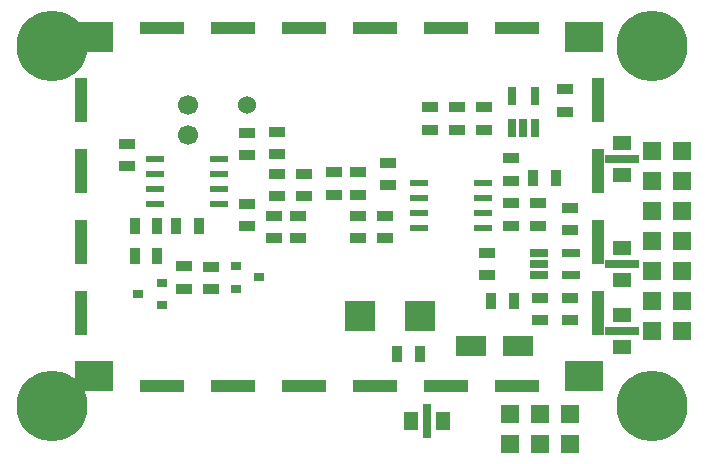
<source format=gbr>
%TF.GenerationSoftware,KiCad,Pcbnew,6.0.11+dfsg-1~bpo11+1*%
%TF.CreationDate,2023-04-12T15:22:02+00:00*%
%TF.ProjectId,PCRD04B,50435244-3034-4422-9e6b-696361645f70,REV*%
%TF.SameCoordinates,Original*%
%TF.FileFunction,Soldermask,Bot*%
%TF.FilePolarity,Negative*%
%FSLAX46Y46*%
G04 Gerber Fmt 4.6, Leading zero omitted, Abs format (unit mm)*
G04 Created by KiCad (PCBNEW 6.0.11+dfsg-1~bpo11+1) date 2023-04-12 15:22:02*
%MOMM*%
%LPD*%
G01*
G04 APERTURE LIST*
%ADD10R,1.524000X1.524000*%
%ADD11C,6.000000*%
%ADD12C,1.524000*%
%ADD13C,1.700000*%
%ADD14R,1.397000X0.889000*%
%ADD15R,0.900000X0.800000*%
%ADD16R,2.550160X2.499360*%
%ADD17R,0.889000X1.397000*%
%ADD18R,2.499360X1.800860*%
%ADD19R,1.550000X0.600000*%
%ADD20R,0.650000X1.560000*%
%ADD21R,1.560000X0.650000*%
%ADD22R,1.400000X0.899000*%
%ADD23R,1.400000X0.889000*%
%ADD24R,1.500000X1.300000*%
%ADD25R,3.000000X0.700000*%
%ADD26R,1.300000X1.500000*%
%ADD27R,0.700000X3.000000*%
%ADD28R,3.800000X1.000000*%
%ADD29R,1.000000X3.800000*%
%ADD30R,3.300000X2.550000*%
G04 APERTURE END LIST*
D10*
%TO.C,J1*%
X158396322Y-108862139D03*
X158396322Y-111402139D03*
X155856322Y-108862139D03*
X155856322Y-111402139D03*
X153316322Y-108862139D03*
X153316322Y-111402139D03*
%TD*%
%TO.C,J2*%
X167921322Y-91717139D03*
X165381322Y-91717139D03*
%TD*%
%TO.C,J3*%
X167921322Y-94257139D03*
X165381322Y-94257139D03*
%TD*%
%TO.C,J4*%
X167921322Y-96797139D03*
X165381322Y-96797139D03*
%TD*%
%TO.C,J5*%
X167921322Y-86637139D03*
X165381322Y-86637139D03*
%TD*%
%TO.C,J6*%
X167921322Y-89177139D03*
X165381322Y-89177139D03*
%TD*%
%TO.C,J7*%
X167921322Y-101877139D03*
X165381322Y-101877139D03*
%TD*%
D11*
%TO.C,M1*%
X114581322Y-77747139D03*
%TD*%
%TO.C,M2*%
X165381322Y-77747139D03*
%TD*%
%TO.C,M3*%
X165381322Y-108227139D03*
%TD*%
%TO.C,M4*%
X114581322Y-108227139D03*
%TD*%
D10*
%TO.C,J11*%
X165381322Y-99337139D03*
X167921322Y-99337139D03*
%TD*%
D12*
%TO.C,D2*%
X131051322Y-82667139D03*
D13*
X126051322Y-85207139D03*
X126051322Y-82667139D03*
%TD*%
D14*
%TO.C,C20*%
X125757322Y-96352639D03*
X125757322Y-98257639D03*
%TD*%
%TO.C,R15*%
X128043322Y-96416139D03*
X128043322Y-98321139D03*
%TD*%
D15*
%TO.C,U3*%
X130107322Y-98255139D03*
X130107322Y-96355139D03*
X132107322Y-97305139D03*
%TD*%
%TO.C,U6*%
X123836322Y-97752139D03*
X123836322Y-99652139D03*
X121836322Y-98702139D03*
%TD*%
D16*
%TO.C,C1*%
X145681082Y-100607139D03*
X140631562Y-100607139D03*
%TD*%
D14*
%TO.C,C3*%
X120931322Y-87907139D03*
X120931322Y-86002139D03*
%TD*%
D17*
%TO.C,C4*%
X145696322Y-103782139D03*
X143791322Y-103782139D03*
%TD*%
%TO.C,C5*%
X123471322Y-92987139D03*
X121566322Y-92987139D03*
%TD*%
D14*
%TO.C,C6*%
X135409322Y-92098139D03*
X135409322Y-94003139D03*
%TD*%
%TO.C,C7*%
X155729322Y-92923639D03*
X155729322Y-91018639D03*
%TD*%
%TO.C,C8*%
X148871322Y-84795639D03*
X148871322Y-82890639D03*
%TD*%
%TO.C,C9*%
X155856322Y-99019639D03*
X155856322Y-100924639D03*
%TD*%
D17*
%TO.C,C10*%
X126963822Y-92987139D03*
X125058822Y-92987139D03*
%TD*%
D14*
%TO.C,C11*%
X133377322Y-92098139D03*
X133377322Y-94003139D03*
%TD*%
%TO.C,C12*%
X153443322Y-92923639D03*
X153443322Y-91018639D03*
%TD*%
%TO.C,C13*%
X151157322Y-84795639D03*
X151157322Y-82890639D03*
%TD*%
%TO.C,C14*%
X158396322Y-99019639D03*
X158396322Y-100924639D03*
%TD*%
%TO.C,C15*%
X135917322Y-90447139D03*
X135917322Y-88542139D03*
%TD*%
%TO.C,C16*%
X138457322Y-88415139D03*
X138457322Y-90320139D03*
%TD*%
%TO.C,C17*%
X143029322Y-89494639D03*
X143029322Y-87589639D03*
%TD*%
%TO.C,C18*%
X142775322Y-94003139D03*
X142775322Y-92098139D03*
%TD*%
%TO.C,C19*%
X153443322Y-89113639D03*
X153443322Y-87208639D03*
%TD*%
D18*
%TO.C,D1*%
X150047342Y-103147139D03*
X154045302Y-103147139D03*
%TD*%
D14*
%TO.C,R3*%
X151411322Y-95209639D03*
X151411322Y-97114639D03*
%TD*%
%TO.C,R4*%
X146585322Y-84795639D03*
X146585322Y-82890639D03*
%TD*%
D17*
%TO.C,R5*%
X153633822Y-99337139D03*
X151728822Y-99337139D03*
%TD*%
%TO.C,R6*%
X123471322Y-95527139D03*
X121566322Y-95527139D03*
%TD*%
D14*
%TO.C,R7*%
X131091322Y-85049639D03*
X131091322Y-86954639D03*
%TD*%
%TO.C,R8*%
X133631322Y-86891139D03*
X133631322Y-84986139D03*
%TD*%
%TO.C,R9*%
X133631322Y-90447139D03*
X133631322Y-88542139D03*
%TD*%
%TO.C,R10*%
X140489322Y-90320139D03*
X140489322Y-88415139D03*
%TD*%
%TO.C,R11*%
X140489322Y-94003139D03*
X140489322Y-92098139D03*
%TD*%
%TO.C,R12*%
X158396322Y-93304639D03*
X158396322Y-91399639D03*
%TD*%
D17*
%TO.C,R13*%
X155284822Y-88923139D03*
X157189822Y-88923139D03*
%TD*%
D19*
%TO.C,U1*%
X123311322Y-91082139D03*
X123311322Y-89812139D03*
X123311322Y-88542139D03*
X123311322Y-87272139D03*
X128711322Y-87272139D03*
X128711322Y-88542139D03*
X128711322Y-89812139D03*
X128711322Y-91082139D03*
%TD*%
D20*
%TO.C,U4*%
X155409322Y-84685139D03*
X154459322Y-84685139D03*
X153509322Y-84685139D03*
X153509322Y-81985139D03*
X155409322Y-81985139D03*
%TD*%
D21*
%TO.C,U5*%
X155776322Y-97112139D03*
X155776322Y-96162139D03*
X155776322Y-95212139D03*
X158476322Y-95212139D03*
X158476322Y-97112139D03*
%TD*%
D14*
%TO.C,R2*%
X131091322Y-91082139D03*
X131091322Y-92987139D03*
%TD*%
D19*
%TO.C,U2*%
X145663322Y-93114139D03*
X145663322Y-91844139D03*
X145663322Y-90574139D03*
X145663322Y-89304139D03*
X151063322Y-89304139D03*
X151063322Y-90574139D03*
X151063322Y-91844139D03*
X151063322Y-93114139D03*
%TD*%
D22*
%TO.C,R1*%
X158015322Y-83271639D03*
D23*
X158015322Y-81366639D03*
%TD*%
D24*
%TO.C,C2*%
X162841322Y-97512139D03*
D25*
X162841322Y-96162139D03*
D24*
X162841322Y-94812139D03*
%TD*%
D26*
%TO.C,C21*%
X144981322Y-109497139D03*
D27*
X146331322Y-109497139D03*
D26*
X147681322Y-109497139D03*
%TD*%
D24*
%TO.C,C22*%
X162841322Y-85922139D03*
D25*
X162841322Y-87272139D03*
D24*
X162841322Y-88622139D03*
%TD*%
%TO.C,C23*%
X162841322Y-103227139D03*
D25*
X162841322Y-101877139D03*
D24*
X162841322Y-100527139D03*
%TD*%
D28*
%TO.C,M6*%
X153886322Y-106457139D03*
X147886322Y-76157139D03*
D29*
X116986322Y-88307139D03*
X160786322Y-82307139D03*
D28*
X153886322Y-76157139D03*
X135886322Y-106457139D03*
D30*
X118136322Y-105682139D03*
D28*
X141886322Y-106457139D03*
X123886322Y-76157139D03*
D30*
X159636322Y-105682139D03*
D29*
X116986322Y-94307139D03*
X116986322Y-100307139D03*
D28*
X141886322Y-76157139D03*
X129886322Y-106457139D03*
X129886322Y-76157139D03*
D30*
X118136322Y-76932139D03*
X159636322Y-76932139D03*
D28*
X123886322Y-106457139D03*
X135886322Y-76157139D03*
X147886322Y-106457139D03*
D29*
X160786322Y-94307139D03*
X116986322Y-82307139D03*
X160786322Y-100307139D03*
X160786322Y-88307139D03*
%TD*%
M02*

</source>
